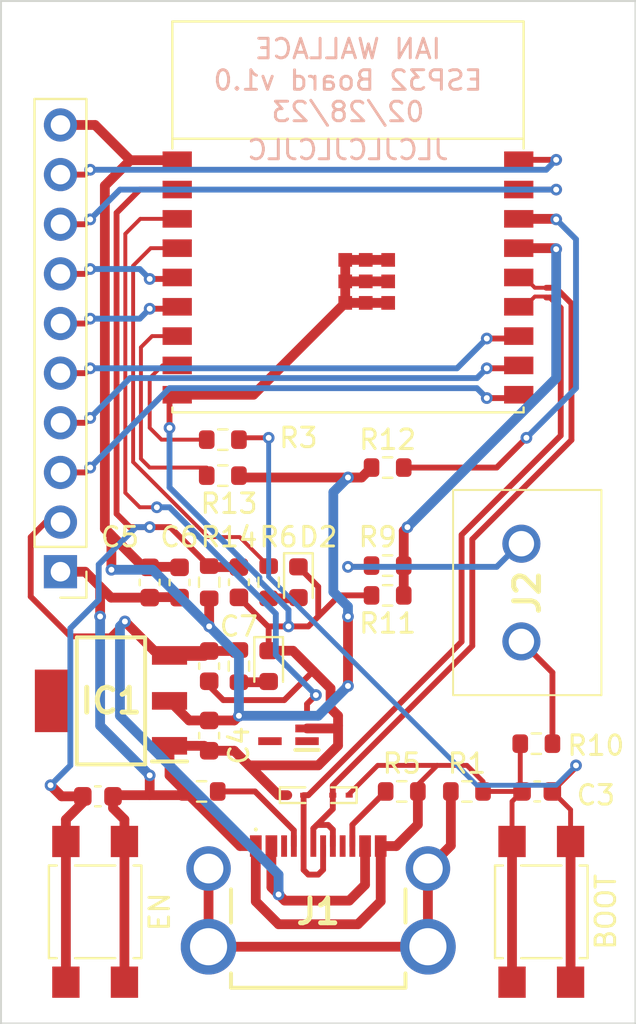
<source format=kicad_pcb>
(kicad_pcb (version 20211014) (generator pcbnew)
  (layers (0 "F.Cu" signal) (31 "B.Cu" signal) (34 "B.Paste" user) (35 "F.Paste" user) (36 "B.SilkS" user "B.Silkscreen") (37 "F.SilkS" user "F.Silkscreen") (38 "B.Mask" user) (39 "F.Mask" user) (44 "Edge.Cuts" user))
  (net 0 "")
  (net 1 "GND")
  (net 2 "/EN")
  (net 3 "Net-(C3-Pad1)")
  (net 4 "/VDD3V3")
  (net 5 "Net-(D1-Pad2)")
  (net 6 "Net-(D2-Pad2)")
  (net 7 "/USB_D+")
  (net 8 "/USB_D-")
  (net 10 "/GPIO4")
  (net 12 "/GPIO0")
  (net 13 "/GPIO1")
  (net 14 "/GPIO10")
  (net 15 "/GPIO6")
  (net 16 "/GPIO7")
  (net 17 "/GPIO20")
  (net 18 "/GPIO21")
  (net 19 "/ADC_VIN+")
  (net 20 "/ADC_VIN-")
  (net 21 "/GPIO9")
  (net 22 "/GPIO5")
  (net 23 "/GPIO3")
  (net 24 "/GPIO2")
  (net 25 "/GPIO8")
  (net 26 "Net-(J1-PadA5)")
  (net 28 "Net-(J1-PadB5)")
  (net 31 "/USB_VBUS+")
  (net 32 "Net-(J1-PadMH1)")
  (footprint "SamacSys_Parts:SOT65P210X110-5N" (layer "F.Cu") (at 89.916 73.802 180)
    (fp_text reference "IC2" hide)
    (fp_text value "TMP235AEDCKRQ1" hide)
    (pad "1" smd rect locked (at -0.95 -0.65 270) (size 0.4 1.2) (layers "F.Cu" "F.Paste" "F.Mask"))
    (pad "2" smd rect locked (at -0.95 0 270) (size 0.4 1.2) (layers "F.Cu" "F.Paste" "F.Mask") (net 1 "GND"))
    (pad "3" smd rect locked (at -0.95 0.65 270) (size 0.4 1.2) (layers "F.Cu" "F.Paste" "F.Mask") (net 10 "/GPIO4"))
    (pad "4" smd rect locked (at 0.95 0.65 270) (size 0.4 1.2) (layers "F.Cu" "F.Paste" "F.Mask") (net 4 "/VDD3V3"))
    (pad "5" smd rect locked (at 0.95 -0.65 270) (size 0.4 1.2) (layers "F.Cu" "F.Paste" "F.Mask"))
  )
  (footprint "Diode_SMD:D_SOD-923" (layer "F.Cu") (at 90.274 77.216)
    (fp_text reference "D3" hide)
    (fp_text value "ESD9B5.0ST5G" hide)
    (pad "1" smd rect (at -0.42 0 180) (size 0.36 0.25) (layers "F.Cu" "F.Paste" "F.Mask") (net 1 "GND"))
    (pad "2" smd rect (at 0.42 0 180) (size 0.36 0.25) (layers "F.Cu" "F.Paste" "F.Mask") (net 8 "/USB_D-"))
  )
  (footprint "MountingHole:MountingHole_2.2mm_M2_ISO7380" (layer "F.Cu") (at 105.156 39.116)
    (fp_text reference "REF**" hide)
    (fp_text value "MountingHole_2.2mm_M2_ISO7380" hide)
    (pad "" np_thru_hole circle (at 0 0) (size 2.2 2.2) (drill 2.2) (layers *.Cu *.Mask))
  )
  (footprint "SamacSys_Parts:TB00250002BE" (layer "F.Cu") (at 101.85 64.348 -90)
    (fp_text reference "J2" (at 2.5 -0.3 -90) (layer "F.SilkS") (effects (font (size 1.27 1.27) (thickness 0.254))))
    (fp_text value "Screw_Terminal_01x02" hide)
    (pad "1" thru_hole circle locked (at 0 0 270) (size 1.95 1.95) (drill 1.3) (layers *.Cu *.Mask) (net 19 "/ADC_VIN+"))
    (pad "2" thru_hole circle locked (at 5 0 270) (size 1.95 1.95) (drill 1.3) (layers *.Cu *.Mask) (net 20 "/ADC_VIN-"))
  )
  (footprint "Capacitor_SMD:C_0603_1608Metric" (layer "F.Cu") (at 82.804 66.332 90)
    (fp_text reference "C5" (at 2.324 -1.524 180) (layer "F.SilkS"))
    (fp_text value "22uF" hide)
    (pad "1" smd roundrect (at -0.775 0 90) (size 0.9 0.95) (layers "F.Cu" "F.Paste" "F.Mask") (net 1 "GND"))
    (pad "2" smd roundrect (at 0.775 0 90) (size 0.9 0.95) (layers "F.Cu" "F.Paste" "F.Mask") (net 4 "/VDD3V3"))
  )
  (footprint "Resistor_SMD:R_0603_1608Metric" (layer "F.Cu") (at 88.9 66.3195 -90)
    (fp_text reference "R6" (at -2.3115 -0.508 180) (layer "F.SilkS"))
    (fp_text value "1K" hide)
    (pad "1" smd roundrect (at -0.825 0 270) (size 0.8 0.95) (layers "F.Cu" "F.Paste" "F.Mask") (net 22 "/GPIO5"))
    (pad "2" smd roundrect (at 0.825 0 270) (size 0.8 0.95) (layers "F.Cu" "F.Paste" "F.Mask") (net 6 "Net-(D2-Pad2)"))
  )
  (footprint "Espressif:ESP32-C3-WROOM-02" (layer "F.Cu") (at 92.964 50.625)
    (fp_text reference "U1" hide)
    (fp_text value "ESP32-C3-WROOM-02-N4" hide)
    (pad "1" smd rect (at -8.75 -5.9) (size 1.5 0.9) (layers "F.Cu" "F.Paste" "F.Mask") (net 4 "/VDD3V3"))
    (pad "2" smd rect (at -8.75 -4.4) (size 1.5 0.9) (layers "F.Cu" "F.Paste" "F.Mask") (net 2 "/EN"))
    (pad "3" smd rect (at -8.75 -2.9) (size 1.5 0.9) (layers "F.Cu" "F.Paste" "F.Mask") (net 10 "/GPIO4"))
    (pad "4" smd rect (at -8.75 -1.4) (size 1.5 0.9) (layers "F.Cu" "F.Paste" "F.Mask") (net 22 "/GPIO5"))
    (pad "5" smd rect (at -8.75 0.1) (size 1.5 0.9) (layers "F.Cu" "F.Paste" "F.Mask") (net 15 "/GPIO6"))
    (pad "6" smd rect (at -8.75 1.6) (size 1.5 0.9) (layers "F.Cu" "F.Paste" "F.Mask") (net 16 "/GPIO7"))
    (pad "7" smd rect (at -8.75 3.1) (size 1.5 0.9) (layers "F.Cu" "F.Paste" "F.Mask") (net 25 "/GPIO8"))
    (pad "8" smd rect (at -8.75 4.6) (size 1.5 0.9) (layers "F.Cu" "F.Paste" "F.Mask") (net 21 "/GPIO9"))
    (pad "9" smd rect (at -8.75 6.1) (size 1.5 0.9) (layers "F.Cu" "F.Paste" "F.Mask") (net 1 "GND"))
    (pad "10" smd rect (at 8.75 6.1 180) (size 1.5 0.9) (layers "F.Cu" "F.Paste" "F.Mask") (net 14 "/GPIO10"))
    (pad "11" smd rect (at 8.75 4.6 180) (size 1.5 0.9) (layers "F.Cu" "F.Paste" "F.Mask") (net 17 "/GPIO20"))
    (pad "12" smd rect (at 8.75 3.1 180) (size 1.5 0.9) (layers "F.Cu" "F.Paste" "F.Mask") (net 18 "/GPIO21"))
    (pad "13" smd rect (at 8.75 1.6 180) (size 1.5 0.9) (layers "F.Cu" "F.Paste" "F.Mask") (net 8 "/USB_D-"))
    (pad "14" smd rect (at 8.75 0.1 180) (size 1.5 0.9) (layers "F.Cu" "F.Paste" "F.Mask") (net 7 "/USB_D+"))
    (pad "15" smd rect (at 8.75 -1.4 180) (size 1.5 0.9) (layers "F.Cu" "F.Paste" "F.Mask") (net 23 "/GPIO3"))
    (pad "16" smd rect (at 8.75 -2.9 180) (size 1.5 0.9) (layers "F.Cu" "F.Paste" "F.Mask") (net 24 "/GPIO2"))
    (pad "17" smd rect (at 8.75 -4.4 180) (size 1.5 0.9) (layers "F.Cu" "F.Paste" "F.Mask") (net 13 "/GPIO1"))
    (pad "18" smd rect (at 8.75 -5.9 180) (size 1.5 0.9) (layers "F.Cu" "F.Paste" "F.Mask") (net 12 "/GPIO0"))
    (pad "19" smd rect (at 2.06 1.4 180) (size 0.7 0.7) (layers "F.Cu" "F.Paste" "F.Mask") (net 1 "GND"))
    (pad "19" smd rect (at -0.14 -0.8 180) (size 0.7 0.7) (layers "F.Cu" "F.Paste" "F.Mask") (net 1 "GND"))
    (pad "19" smd rect (at 0.91 -0.8 180) (size 0.7 0.7) (layers "F.Cu" "F.Paste" "F.Mask") (net 1 "GND"))
    (pad "19" smd rect (at -0.14 0.3 180) (size 0.7 0.7) (layers "F.Cu" "F.Paste" "F.Mask") (net 1 "GND"))
    (pad "19" smd rect (at 0.91 0.3 180) (size 0.7 0.7) (layers "F.Cu" "F.Paste" "F.Mask") (net 1 "GND"))
    (pad "19" smd rect (at 2.06 -0.8 180) (size 0.7 0.7) (layers "F.Cu" "F.Paste" "F.Mask") (net 1 "GND"))
    (pad "19" smd rect (at 0.91 1.4 180) (size 0.7 0.7) (layers "F.Cu" "F.Paste" "F.Mask") (net 1 "GND"))
    (pad "19" smd rect (at 2.06 0.3 180) (size 0.7 0.7) (layers "F.Cu" "F.Paste" "F.Mask") (net 1 "GND"))
    (pad "19" smd rect (at -0.14 1.4 180) (size 0.7 0.7) (layers "F.Cu" "F.Paste" "F.Mask") (net 1 "GND"))
  )
  (footprint "Diode_SMD:D_SOD-923" (layer "F.Cu") (at 92.606 77.216 180)
    (fp_text reference "D4" hide)
    (fp_text value "ESD9B5.0ST5G" hide)
    (pad "1" smd rect (at -0.42 0) (size 0.36 0.25) (layers "F.Cu" "F.Paste" "F.Mask") (net 1 "GND"))
    (pad "2" smd rect (at 0.42 0) (size 0.36 0.25) (layers "F.Cu" "F.Paste" "F.Mask") (net 7 "/USB_D+"))
  )
  (footprint "Capacitor_SMD:C_0603_1608Metric" (layer "F.Cu") (at 87.376 66.3195 90)
    (fp_text reference "C7" (at -2.2605 0 180) (layer "F.SilkS"))
    (fp_text value "1uF" hide)
    (pad "1" smd roundrect (at -0.775 0 90) (size 0.9 0.95) (layers "F.Cu" "F.Paste" "F.Mask") (net 1 "GND"))
    (pad "2" smd roundrect (at 0.775 0 90) (size 0.9 0.95) (layers "F.Cu" "F.Paste" "F.Mask") (net 2 "/EN"))
  )
  (footprint "Resistor_SMD:R_0603_1608Metric" (layer "F.Cu") (at 86.551 59.0235)
    (fp_text reference "R3" (at 3.873 -0.0955) (layer "F.SilkS"))
    (fp_text value "10K" hide)
    (pad "1" smd roundrect (at -0.825 0) (size 0.8 0.95) (layers "F.Cu" "F.Paste" "F.Mask") (net 21 "/GPIO9"))
    (pad "2" smd roundrect (at 0.825 0) (size 0.8 0.95) (layers "F.Cu" "F.Paste" "F.Mask") (net 3 "Net-(C3-Pad1)"))
  )
  (footprint "MountingHole:MountingHole_2.2mm_M2_ISO7380" (layer "F.Cu") (at 78.232 39.116)
    (fp_text reference "REF**" hide)
    (fp_text value "MountingHole_2.2mm_M2_ISO7380" hide)
    (pad "" np_thru_hole circle (at 0 0) (size 2.2 2.2) (drill 2.2) (layers *.Mask "F.Cu" "In1.Cu" "In2.Cu" "B.Cu"))
  )
  (footprint "Resistor_SMD:R_0603_1608Metric" (layer "F.Cu") (at 94.996 65.468)
    (fp_text reference "R9" (at -0.508 -1.46) (layer "F.SilkS"))
    (fp_text value "39K")
    (pad "1" smd roundrect (at -0.825 0) (size 0.8 0.95) (layers "F.Cu" "F.Paste" "F.Mask") (net 19 "/ADC_VIN+"))
    (pad "2" smd roundrect (at 0.825 0) (size 0.8 0.95) (layers "F.Cu" "F.Paste" "F.Mask") (net 23 "/GPIO3"))
  )
  (footprint "LED_SMD:LED_0603_1608Metric" (layer "F.Cu") (at 90.424 66.3195 -90)
    (fp_text reference "D2" (at -2.3115 -1.016 180) (layer "F.SilkS"))
    (fp_text value "LED")
    (pad "1" smd roundrect (at -0.7875 0 270) (size 0.875 0.95) (layers "F.Cu" "F.Paste" "F.Mask") (net 1 "GND"))
    (pad "2" smd roundrect (at 0.7875 0 270) (size 0.875 0.95) (layers "F.Cu" "F.Paste" "F.Mask") (net 6 "Net-(D2-Pad2)"))
  )
  (footprint "Resistor_SMD:R_0603_1608Metric" (layer "F.Cu") (at 86.551 60.8645 180)
    (fp_text reference "R13" (at -0.317 -1.43) (layer "F.SilkS"))
    (fp_text value "10K" hide)
    (pad "1" smd roundrect (at -0.825 0 180) (size 0.8 0.95) (layers "F.Cu" "F.Paste" "F.Mask") (net 4 "/VDD3V3"))
    (pad "2" smd roundrect (at 0.825 0 180) (size 0.8 0.95) (layers "F.Cu" "F.Paste" "F.Mask") (net 25 "/GPIO8"))
  )
  (footprint "Button_Switch_SMD:SW_SPST_TL3305A" (layer "F.Cu") (at 102.87 83.185 90)
    (fp_text reference "BOOT" (at 0 3.302 90) (layer "F.SilkS"))
    (fp_text value "SW_Push" hide)
    (pad "1" smd rect (at -3.6 -1.5 90) (size 1.6 1.4) (layers "F.Cu" "F.Paste" "F.Mask") (net 1 "GND"))
    (pad "1" smd rect (at 3.6 -1.5 90) (size 1.6 1.4) (layers "F.Cu" "F.Paste" "F.Mask") (net 1 "GND"))
    (pad "2" smd rect (at 3.6 1.5 90) (size 1.6 1.4) (layers "F.Cu" "F.Paste" "F.Mask") (net 3 "Net-(C3-Pad1)"))
    (pad "2" smd rect (at -3.6 1.5 90) (size 1.6 1.4) (layers "F.Cu" "F.Paste" "F.Mask") (net 3 "Net-(C3-Pad1)"))
  )
  (footprint "Connector_PinHeader_2.54mm:PinHeader_1x10_P2.54mm_Vertical" (layer "F.Cu") (at 78.232 65.781 180)
    (fp_text reference "J3" hide)
    (fp_text value "Conn_01x10_Female" hide)
    (pad "1" thru_hole rect (at 0 0 180) (size 1.7 1.7) (drill 1) (layers *.Cu *.Mask) (net 1 "GND"))
    (pad "2" thru_hole oval (at 0 2.54 180) (size 1.7 1.7) (drill 1) (layers *.Cu *.Mask) (net 31 "/USB_VBUS+"))
    (pad "3" thru_hole oval (at 0 5.08 180) (size 1.7 1.7) (drill 1) (layers *.Cu *.Mask) (net 14 "/GPIO10"))
    (pad "4" thru_hole oval (at 0 7.62 180) (size 1.7 1.7) (drill 1) (layers *.Cu *.Mask) (net 17 "/GPIO20"))
    (pad "5" thru_hole oval (at 0 10.16 180) (size 1.7 1.7) (drill 1) (layers *.Cu *.Mask) (net 18 "/GPIO21"))
    (pad "6" thru_hole oval (at 0 12.7 180) (size 1.7 1.7) (drill 1) (layers *.Cu *.Mask) (net 16 "/GPIO7"))
    (pad "7" thru_hole oval (at 0 15.24 180) (size 1.7 1.7) (drill 1) (layers *.Cu *.Mask) (net 15 "/GPIO6"))
    (pad "8" thru_hole oval (at 0 17.78 180) (size 1.7 1.7) (drill 1) (layers *.Cu *.Mask) (net 13 "/GPIO1"))
    (pad "9" thru_hole oval (at 0 20.32 180) (size 1.7 1.7) (drill 1) (layers *.Cu *.Mask) (net 12 "/GPIO0"))
    (pad "10" thru_hole oval (at 0 22.86 180) (size 1.7 1.7) (drill 1) (layers *.Cu *.Mask) (net 4 "/VDD3V3"))
  )
  (footprint "Capacitor_SMD:C_0603_1608Metric" (layer "F.Cu") (at 85.852 70.612 -90)
    (fp_text reference "C1" hide)
    (fp_text value "10uF" hide)
    (pad "1" smd roundrect (at -0.775 0 270) (size 0.9 0.95) (layers "F.Cu" "F.Paste" "F.Mask") (net 31 "/USB_VBUS+"))
    (pad "2" smd roundrect (at 0.775 0 270) (size 0.9 0.95) (layers "F.Cu" "F.Paste" "F.Mask") (net 1 "GND"))
  )
  (footprint "Resistor_SMD:R_0603_1608Metric" (layer "F.Cu") (at 99.06 77.025)
    (fp_text reference "R1" (at 0 -1.43) (layer "F.SilkS"))
    (fp_text value "0")
    (pad "1" smd roundrect (at -0.825 0) (size 0.8 0.95) (layers "F.Cu" "F.Paste" "F.Mask") (net 32 "Net-(J1-PadMH1)"))
    (pad "2" smd roundrect (at 0.825 0) (size 0.8 0.95) (layers "F.Cu" "F.Paste" "F.Mask") (net 1 "GND"))
  )
  (footprint "Resistor_SMD:R_0603_1608Metric" (layer "F.Cu") (at 85.464368 77.025 180)
    (fp_text reference "R4" hide)
    (fp_text value "5.1K" hide)
    (pad "1" smd roundrect (at -0.825 0 180) (size 0.8 0.95) (layers "F.Cu" "F.Paste" "F.Mask") (net 26 "Net-(J1-PadA5)"))
    (pad "2" smd roundrect (at 0.825 0 180) (size 0.8 0.95) (layers "F.Cu" "F.Paste" "F.Mask") (net 1 "GND"))
  )
  (footprint "Capacitor_SMD:C_0603_1608Metric" (layer "F.Cu") (at 80.15058 77.275)
    (fp_text reference "C2" hide)
    (fp_text value "0.1uF" hide)
    (pad "1" smd roundrect (at -0.775 0) (size 0.9 0.95) (layers "F.Cu" "F.Paste" "F.Mask") (net 2 "/EN"))
    (pad "2" smd roundrect (at 0.775 0) (size 0.9 0.95) (layers "F.Cu" "F.Paste" "F.Mask") (net 1 "GND"))
  )
  (footprint "Capacitor_SMD:C_0603_1608Metric" (layer "F.Cu") (at 102.66 77.025 180)
    (fp_text reference "C3" (at -3.004 -0.191) (layer "F.SilkS"))
    (fp_text value "0.1uF" hide)
    (pad "1" smd roundrect (at -0.775 0 180) (size 0.9 0.95) (layers "F.Cu" "F.Paste" "F.Mask") (net 3 "Net-(C3-Pad1)"))
    (pad "2" smd roundrect (at 0.775 0 180) (size 0.9 0.95) (layers "F.Cu" "F.Paste" "F.Mask") (net 1 "GND"))
  )
  (footprint "Resistor_SMD:R_0603_1608Metric" (layer "F.Cu") (at 87.376 70.612 90)
    (fp_text reference "R2" hide)
    (fp_text value "10K" hide)
    (pad "1" smd roundrect (at -0.825 0 90) (size 0.8 0.95) (layers "F.Cu" "F.Paste" "F.Mask") (net 5 "Net-(D1-Pad2)"))
    (pad "2" smd roundrect (at 0.825 0 90) (size 0.8 0.95) (layers "F.Cu" "F.Paste" "F.Mask") (net 31 "/USB_VBUS+"))
  )
  (footprint "Resistor_SMD:R_0603_1608Metric" (layer "F.Cu") (at 102.616 74.5805 180)
    (fp_text reference "R10" (at -3.048 -0.0955) (layer "F.SilkS"))
    (fp_text value "1K" hide)
    (pad "1" smd roundrect (at -0.825 0 180) (size 0.8 0.95) (layers "F.Cu" "F.Paste" "F.Mask") (net 20 "/ADC_VIN-"))
    (pad "2" smd roundrect (at 0.825 0 180) (size 0.8 0.95) (layers "F.Cu" "F.Paste" "F.Mask") (net 1 "GND"))
  )
  (footprint "SamacSys_Parts:2169900002" (layer "F.Cu") (at 91.44 83.82)
    (fp_text reference "J1" (at 0 -0.65) (layer "F.SilkS") (effects (font (size 1.27 1.27) (thickness 0.254))))
    (fp_text value "USB-C Connector" hide)
    (pad "A1" smd rect locked (at -3.2 -4) (size 0.6 1.1) (layers "F.Cu" "F.Paste" "F.Mask") (net 1 "GND"))
    (pad "A4" smd rect locked (at -2.4 -4) (size 0.6 1.1) (layers "F.Cu" "F.Paste" "F.Mask") (net 31 "/USB_VBUS+"))
    (pad "A5" smd rect locked (at -1.25 -4) (size 0.3 1.1) (layers "F.Cu" "F.Paste" "F.Mask") (net 26 "Net-(J1-PadA5)"))
    (pad "A6" smd rect locked (at -0.25 -4) (size 0.3 1.1) (layers "F.Cu" "F.Paste" "F.Mask") (net 7 "/USB_D+"))
    (pad "A7" smd rect locked (at 0.25 -4) (size 0.3 1.1) (layers "F.Cu" "F.Paste" "F.Mask") (net 8 "/USB_D-"))
    (pad "A8" smd rect locked (at 1.25 -4) (size 0.3 1.1) (layers "F.Cu" "F.Paste" "F.Mask"))
    (pad "A9" smd rect locked (at 2.4 -4) (size 0.6 1.1) (layers "F.Cu" "F.Paste" "F.Mask") (net 31 "/USB_VBUS+"))
    (pad "A12" smd rect locked (at 3.2 -4) (size 0.6 1.1) (layers "F.Cu" "F.Paste" "F.Mask") (net 1 "GND"))
    (pad "B5" smd rect locked (at 1.75 -4) (size 0.3 1.1) (layers "F.Cu" "F.Paste" "F.Mask") (net 28 "Net-(J1-PadB5)"))
    (pad "B6" smd rect locked (at 0.75 -4) (size 0.3 1.1) (layers "F.Cu" "F.Paste" "F.Mask") (net 7 "/USB_D+"))
    (pad "B7" smd rect locked (at -0.75 -4) (size 0.3 1.1) (layers "F.Cu" "F.Paste" "F.Mask") (net 8 "/USB_D-"))
    (pad "B8" smd rect locked (at -1.75 -4) (size 0.3 1.1) (layers "F.Cu" "F.Paste" "F.Mask"))
    (pad "MH1" thru_hole circle locked (at -5.62 -2.85) (size 2.28 2.28) (drill 1.52) (layers *.Cu *.Mask) (net 32 "Net-(J1-PadMH1)"))
    (pad "MH2" thru_hole circle locked (at -5.62 1.15) (size 2.85 2.85) (drill 1.9) (layers *.Cu *.Mask) (net 32 "Net-(J1-PadMH1)"))
    (pad "MH3" thru_hole circle locked (at 5.62 1.15) (size 2.85 2.85) (drill 1.9) (layers *.Cu *.Mask) (net 32 "Net-(J1-PadMH1)"))
    (pad "MH4" thru_hole circle locked (at 5.62 -2.85) (size 2.28 2.28) (drill 1.52) (layers *.Cu *.Mask) (net 32 "Net-(J1-PadMH1)"))
  )
  (footprint "Capacitor_SMD:C_0603_1608Metric" (layer "F.Cu") (at 84.334 66.332 90)
    (fp_text reference "C6" (at 2.324 -0.006 180) (layer "F.SilkS"))
    (fp_text value "1uF" hide)
    (pad "1" smd roundrect (at -0.775 0 90) (size 0.9 0.95) (layers "F.Cu" "F.Paste" "F.Mask") (net 1 "GND"))
    (pad "2" smd roundrect (at 0.775 0 90) (size 0.9 0.95) (layers "F.Cu" "F.Paste" "F.Mask") (net 4 "/VDD3V3"))
  )
  (footprint "Resistor_SMD:R_0603_1608Metric" (layer "F.Cu") (at 85.852 66.3195 90)
    (fp_text reference "R14" (at 2.3115 1.016 180) (layer "F.SilkS"))
    (fp_text value "10K" hide)
    (pad "1" smd roundrect (at -0.825 0 90) (size 0.8 0.95) (layers "F.Cu" "F.Paste" "F.Mask") (net 4 "/VDD3V3"))
    (pad "2" smd roundrect (at 0.825 0 90) (size 0.8 0.95) (layers "F.Cu" "F.Paste" "F.Mask") (net 2 "/EN"))
  )
  (footprint "Capacitor_SMD:C_0603_1608Metric" (layer "F.Cu") (at 85.852 74.168 -90)
    (fp_text reference "C4" (at 0.508 -1.524 90) (layer "F.SilkS"))
    (fp_text value "22uF")
    (pad "1" smd roundrect (at -0.775 0 270) (size 0.9 0.95) (layers "F.Cu" "F.Paste" "F.Mask") (net 4 "/VDD3V3"))
    (pad "2" smd roundrect (at 0.775 0 270) (size 0.9 0.95) (layers "F.Cu" "F.Paste" "F.Mask") (net 1 "GND"))
  )
  (footprint "SamacSys_Parts:SOT230P700X180-4N" (layer "F.Cu") (at 80.82 72.39 180)
    (fp_text reference "IC1" (at 0 0 180) (layer "F.SilkS") (effects (font (size 1.27 1.27) (thickness 0.254))))
    (fp_text value "AP7361C-33ER-13" hide)
    (pad "1" smd rect locked (at -3 -2.3 270) (size 0.9 1.8) (layers "F.Cu" "F.Paste" "F.Mask") (net 1 "GND"))
    (pad "2" smd rect locked (at -3 0 270) (size 0.9 1.8) (layers "F.Cu" "F.Paste" "F.Mask") (net 4 "/VDD3V3"))
    (pad "3" smd rect locked (at -3 2.3 270) (size 0.9 1.8) (layers "F.Cu" "F.Paste" "F.Mask") (net 31 "/USB_VBUS+"))
    (pad "4" smd rect locked (at 3 0 180) (size 1.8 3.2) (layers "F.Cu" "F.Paste" "F.Mask"))
  )
  (footprint "Resistor_SMD:R_0603_1608Metric" (layer "F.Cu") (at 94.996 60.452)
    (fp_text reference "R12" (at 0 -1.43) (layer "F.SilkS"))
    (fp_text value "10K" hide)
    (pad "1" smd roundrect (at -0.825 0) (size 0.8 0.95) (layers "F.Cu" "F.Paste" "F.Mask") (net 4 "/VDD3V3"))
    (pad "2" smd roundrect (at 0.825 0) (size 0.8 0.95) (layers "F.Cu" "F.Paste" "F.Mask") (net 24 "/GPIO2"))
  )
  (footprint "LED_SMD:LED_0603_1608Metric" (layer "F.Cu") (at 88.9 70.612 -90)
    (fp_text reference "D1" hide)
    (fp_text value "LED" hide)
    (pad "1" smd roundrect (at -0.7875 0 270) (size 0.875 0.95) (layers "F.Cu" "F.Paste" "F.Mask") (net 1 "GND"))
    (pad "2" smd roundrect (at 0.7875 0 270) (size 0.875 0.95) (layers "F.Cu" "F.Paste" "F.Mask") (net 5 "Net-(D1-Pad2)"))
  )
  (footprint "Resistor_SMD:R_0603_1608Metric" (layer "F.Cu") (at 95.72 77.025)
    (fp_text reference "R5" (at 0 -1.43) (layer "F.SilkS"))
    (fp_text value "5.1K" hide)
    (pad "1" smd roundrect (at -0.825 0) (size 0.8 0.95) (layers "F.Cu" "F.Paste" "F.Mask") (net 28 "Net-(J1-PadB5)"))
    (pad "2" smd roundrect (at 0.825 0) (size 0.8 0.95) (layers "F.Cu" "F.Paste" "F.Mask") (net 1 "GND"))
  )
  (footprint "Resistor_SMD:R_0603_1608Metric" (layer "F.Cu") (at 94.996 66.992 180)
    (fp_text reference "R11" (at 0 -1.43) (layer "F.SilkS"))
    (fp_text value "10K")
    (pad "1" smd roundrect (at -0.825 0 180) (size 0.8 0.95) (layers "F.Cu" "F.Paste" "F.Mask") (net 23 "/GPIO3"))
    (pad "2" smd roundrect (at 0.825 0 180) (size 0.8 0.95) (layers "F.Cu" "F.Paste" "F.Mask") (net 1 "GND"))
  )
  (footprint "Button_Switch_SMD:SW_SPST_TL3305A" (layer "F.Cu") (at 80.01 83.185 90)
    (fp_text reference "EN" (at 0 3.302 90) (layer "F.SilkS"))
    (fp_text value "SW_Push" hide)
    (pad "1" smd rect (at -3.6 -1.5 90) (size 1.6 1.4) (layers "F.Cu" "F.Paste" "F.Mask") (net 2 "/EN"))
    (pad "1" smd rect (at 3.6 -1.5 90) (size 1.6 1.4) (layers "F.Cu" "F.Paste" "F.Mask") (net 2 "/EN"))
    (pad "2" smd rect (at 3.6 1.5 90) (size 1.6 1.4) (layers "F.Cu" "F.Paste" "F.Mask") (net 1 "GND"))
    (pad "2" smd rect (at -3.6 1.5 90) (size 1.6 1.4) (layers "F.Cu" "F.Paste" "F.Mask") (net 1 "GND"))
  )
  (gr_rect (start 75.184 36.576) (end 107.696 88.9) (layer "Edge.Cuts") (width 0.1) (fill none))
  (gr_text "JLCJLCJLCJLC" (at 92.964 44.196) (layer "B.SilkS") (effects (font (size 1 1)) (justify mirror)))
  (gr_text "IAN WALLACE\nESP32 Board v1.0\n02/28/23" (at 92.964 40.64) (layer "B.SilkS") (effects (font (size 1 1)) (justify mirror)))
  (segment (start 85.341184 77.726816) (end 84.639368 77.025) (width 0.5) (layer "F.Cu") (net 1))
  (segment (start 93.874 50.925) (end 95.024 50.925) (width 0.5) (layer "F.Cu") (net 1))
  (segment (start 97.536 75.692) (end 94.488 75.692) (width 0.25) (layer "F.Cu") (net 1))
  (segment (start 80.823 67.107) (end 80.264 66.548) (width 0.5) (layer "F.Cu") (net 1))
  (segment (start 92.07177 71.75177) (end 91.186 70.866) (width 0.5) (layer "F.Cu") (net 1))
  (segment (start 91.44 68.072) (end 92.52 66.992) (width 0.3) (layer "F.Cu") (net 1))
  (segment (start 83.82 74.69) (end 85.599 74.69) (width 0.5) (layer "F.Cu") (net 1))
  (segment (start 93.874 52.025) (end 95.024 52.025) (width 0.5) (layer "F.Cu") (net 1))
  (segment (start 99.06 75.692) (end 97.536 75.692) (width 0.25) (layer "F.Cu") (net 1))
  (segment (start 87.884 75.692) (end 91.44 75.692) (width 0.5) (layer "F.Cu") (net 1))
  (segment (start 92.456 73.152) (end 92.07177 72.76777) (width 0.5) (layer "F.Cu") (net 1))
  (segment (start 84.303 67.082) (end 84.328 67.107) (width 0.5) (layer "F.Cu") (net 1))
  (segment (start 97.536 75.692) (end 96.545 76.683) (width 0.25) (layer "F.Cu") (net 1))
  (segment (start 80.92558 77.87758) (end 81.51 78.462) (width 0.5) (layer "F.Cu") (net 1))
  (segment (start 99.885 76.517) (end 99.06 75.692) (width 0.25) (layer "F.Cu") (net 1))
  (segment (start 93.472 83.82) (end 94.64 82.652) (width 0.5) (layer "F.Cu") (net 1))
  (segment (start 92.07177 72.76777) (end 92.07177 71.75177) (width 0.5) (layer "F.Cu") (net 1))
  (segment (start 81.51 78.462) (end 81.51 79.585) (width 0.5) (layer "F.Cu") (net 1))
  (segment (start 86.57543 72.35143) (end 89.70057 72.35143) (width 0.3) (layer "F.Cu") (net 1))
  (segment (start 90.866 73.802) (end 92.314 73.802) (width 0.5) (layer "F.Cu") (net 1))
  (segment (start 94.64 82.652) (end 94.64 79.82) (width 0.5) (layer "F.Cu") (net 1))
  (segment (start 88.124 56.725) (end 92.824 52.025) (width 0.5) (layer "F.Cu") (net 1))
  (segment (start 99.885 77.025) (end 101.885 77.025) (width 0.25) (layer "F.Cu") (net 1))
  (segment (start 95.44 79.82) (end 96.545 78.715) (width 0.5) (layer "F.Cu") (net 1))
  (segment (start 80.92558 77.275) (end 80.92558 77.87758) (width 0.5) (layer "F.Cu") (net 1))
  (segment (start 88.9 69.8245) (end 88.9 68.6185) (width 0.3) (layer "F.Cu") (net 1))
  (segment (start 93.026 77.154) (end 93.026 77.216) (width 0.25) (layer "F.Cu") (net 1))
  (segment (start 89.916 68.58) (end 88.9385 68.58) (width 0.3) (layer "F.Cu") (net 1))
  (segment (start 85.852 71.628) (end 86.57543 72.35143) (width 0.3) (layer "F.Cu") (net 1))
  (segment (start 101.37 86.785) (end 101.37 79.585) (width 0.5) (layer "F.Cu") (net 1))
  (segment (start 101.37 79.585) (end 101.37 77.54) (width 0.25) (layer "F.Cu") (net 1))
  (segment (start 101.791 74.5805) (end 101.791 76.931) (width 0.25) (layer "F.Cu") (net 1))
  (segment (start 101.791 76.931) (end 101.885 77.025) (width 0.25) (layer "F.Cu") (net 1))
  (segment (start 80.264 66.548) (end 79.497 65.781) (width 0.5) (layer "F.Cu") (net 1))
  (segment (start 93.874 49.825) (end 95.024 49.825) (width 0.5) (layer "F.Cu") (net 1))
  (segment (start 89.916 68.58) (end 90.932 68.58) (width 0.3) (layer "F.Cu") (net 1))
  (segment (start 94.488 75.692) (end 93.026 77.154) (width 0.25) (layer "F.Cu") (net 1))
  (segment (start 87.135 74.943) (end 87.884 75.692) (width 0.5) (layer "F.Cu") (net 1))
  (segment (start 91.186 70.866) (end 90.1445 69.8245) (width 0.5) (layer "F.Cu") (net 1))
  (segment (start 88.24 82.652) (end 89.408 83.82) (width 0.5) (layer "F.Cu") (net 1))
  (segment (start 83.82 57.119) (end 84.214 56.725) (width 0.3) (layer "F.Cu") (net 1))
  (segment (start 92.824 50.925) (end 93.874 50.925) (width 0.5) (layer "F.Cu") (net 1))
  (segment (start 94.64 79.82) (end 95.44 79.82) (width 0.5) (layer "F.Cu") (net 1))
  (segment (start 91.44 66.548) (end 90.424 65.532) (width 0.3) (layer "F.Cu") (net 1))
  (segment (start 83.82 58.42) (end 83.82 57.119) (width 0.3) (layer "F.Cu") (net 1))
  (segment (start 88.9385 68.58) (end 88.9 68.6185) (width 0.3) (layer "F.Cu") (net 1))
  (segment (start 82.804 67.082) (end 84.303 67.082) (width 0.5) (layer "F.Cu") (net 1))
  (segment (start 91.44 68.072) (end 91.44 66.548) (width 0.3) (layer "F.Cu") (net 1))
  (segment (start 90.1445 69.8245) (end 88.9 69.8245) (width 0.5) (layer "F.Cu") (net 1))
  (segment (start 85.599 74.69) (end 85.852 74.943) (width 0.5) (layer "F.Cu") (net 1))
  (segment (start 89.408 77.216) (end 89.854 77.216) (width 0.5) (layer "F.Cu") (net 1))
  (segment (start 84.830368 77.216) (end 82.804 77.216) (width 0.5) (layer "F.Cu") (net 1))
  (segment (start 92.314 73.802) (end 92.456 73.66) (width 0.5) (layer "F.Cu") (net 1))
  (segment (start 101.37 77.54) (end 101.885 77.025) (width 0.25) (layer "F.Cu") (net 1))
  (segment (start 91.44 75.692) (end 92.456 74.676) (width 0.5) (layer "F.Cu") (net 1))
  (segment (start 88.9 68.6185) (end 87.376 67.0945) (width 0.3) (layer "F.Cu") (net 1))
  (segment (start 88.24 79.82) (end 88.24 82.652) (width 0.5) (layer "F.Cu") (net 1))
  (segment (start 85.852 71.387) (end 85.852 71.628) (width 0.3) (layer "F.Cu") (net 1))
  (segment (start 85.341184 77.726816) (end 83.82 76.205632) (width 0.5) (layer "F.Cu") (net 1))
  (segment (start 90.932 68.58) (end 91.44 68.072) (width 0.3) (layer "F.Cu") (net 1))
  (segment (start 89.70057 72.35143) (end 91.186 70.866) (width 0.3) (layer "F.Cu") (net 1))
  (segment (start 82.804 77.216) (end 82.804 76.2) (width 0.5) (layer "F.Cu") (net 1))
  (segment (start 82.804 67.107) (end 80.823 67.107) (width 0.5) (layer "F.Cu") (net 1))
  (segment (start 96.545 76.683) (end 96.545 77.025) (width 0.25) (layer "F.Cu") (net 1))
  (segment (start 81.51 79.585) (end 81.51 86.785) (width 0.5) (layer "F.Cu") (net 1))
  (segment (start 80.264 68.072) (end 80.264 66.548) (width 0.5) (layer "F.Cu") (net 1))
  (segment (start 99.885 77.025) (end 99.885 76.517) (width 0.25) (layer "F.Cu") (net 1))
  (segment (start 88.24 79.82) (end 87.434368 79.82) (width 0.5) (layer "F.Cu") (net 1))
  (segment (start 92.824 49.825) (end 93.874 49.825) (width 0.5) (layer "F.Cu") (net 1))
  (segment (start 87.434368 79.82) (end 85.341184 77.726816) (width 0.5) (layer "F.Cu") (net 1))
  (segment (start 85.341184 77.726816) (end 84.830368 77.216) (width 0.5) (layer "F.Cu") (net 1))
  (segment (start 79.497 65.781) (end 78.232 65.781) (width 0.5) (layer "F.Cu") (net 1))
  (segment (start 82.804 77.216) (end 80.98458 77.216) (width 0.5) (layer "F.Cu") (net 1))
  (segment (start 89.408 83.82) (end 93.472 83.82) (width 0.5) (layer "F.Cu") (net 1))
  (segment (start 92.824 50.925) (end 92.824 49.825) (width 0.5) (layer "F.Cu") (net 1))
  (segment (start 92.824 52.025) (end 93.874 52.025) (width 0.5) (layer "F.Cu") (net 1))
  (segment (start 92.456 74.676) (end 92.456 73.152) (width 0.5) (layer "F.Cu") (net 1))
  (segment (start 85.852 74.943) (end 87.135 74.943) (width 0.5) (layer "F.Cu") (net 1))
  (segment (start 83.82 76.205632) (end 83.82 74.69) (width 0.5) (layer "F.Cu") (net 1))
  (segment (start 96.545 78.715) (end 96.545 77.025) (width 0.5) (layer "F.Cu") (net 1))
  (segment (start 84.214 56.725) (end 88.124 56.725) (width 0.5) (layer "F.Cu") (net 1))
  (segment (start 87.884 75.692) (end 89.408 77.216) (width 0.5) (layer "F.Cu") (net 1))
  (segment (start 92.52 66.992) (end 94.171 66.992) (width 0.3) (layer "F.Cu") (net 1))
  (segment (start 80.98458 77.216) (end 80.92558 77.275) (width 0.5) (layer "F.Cu") (net 1))
  (segment (start 92.824 52.025) (end 92.824 50.925) (width 0.5) (layer "F.Cu") (net 1))
  (via (at 80.264 68.072) (size 0.6) (drill 0.3) (layers "F.Cu" "B.Cu") (net 1))
  (via (at 82.804 76.2) (size 0.6) (drill 0.3) (layers "F.Cu" "B.Cu") (net 1))
  (via (at 89.916 68.58) (size 0.6) (drill 0.3) (layers "F.Cu" "B.Cu") (net 1))
  (via (at 83.82 58.42) (size 0.6) (drill 0.3) (layers "F.Cu" "B.Cu") (net 1))
  (segment (start 89.916 67.727752) (end 88.425 66.236752) (width 0.3) (layer "B.Cu") (net 1))
  (segment (start 89.916 68.58) (end 89.916 67.727752) (width 0.3) (layer "B.Cu") (net 1))
  (segment (start 80.264 73.66) (end 80.264 68.072) (width 0.5) (layer "B.Cu") (net 1))
  (segment (start 88.425 66.073) (end 83.82 61.468) (width 0.3) (layer "B.Cu") (net 1))
  (segment (start 82.804 76.2) (end 80.264 73.66) (width 0.5) (layer "B.Cu") (net 1))
  (segment (start 88.425 66.236752) (end 88.425 66.073) (width 0.3) (layer "B.Cu") (net 1))
  (segment (start 83.82 61.468) (end 83.82 58.42) (width 0.3) (layer "B.Cu") (net 1))
  (segment (start 83.8575 63.5) (end 85.852 65.4945) (width 0.3) (layer "F.Cu") (net 2))
  (segment (start 81.106 62.818) (end 81.106 47.418) (width 0.3) (layer "F.Cu") (net 2))
  (segment (start 85.902 65.5445) (end 85.852 65.4945) (width 0.5) (layer "F.Cu") (net 2))
  (segment (start 82.804 63.5) (end 83.8575 63.5) (width 0.3) (layer "F.Cu") (net 2))
  (segment (start 81.788 63.5) (end 81.106 62.818) (width 0.3) (layer "F.Cu") (net 2))
  (segment (start 87.376 65.5445) (end 85.902 65.5445) (width 0.5) (layer "F.Cu") (net 2))
  (segment (start 82.299 46.225) (end 84.214 46.225) (width 0.3) (layer "F.Cu") (net 2))
  (segment (start 81.106 47.418) (end 82.299 46.225) (width 0.3) (layer "F.Cu") (net 2))
  (segment (start 78.51 86.785) (end 78.51 79.585) (width 0.5) (layer "F.Cu") (net 2))
  (segment (start 78.51 78.462) (end 78.51 79.585) (width 0.5) (layer "F.Cu") (net 2))
  (segment (start 79.37558 77.59642) (end 78.51 78.462) (width 0.5) (layer "F.Cu") (net 2))
  (segment (start 82.804 63.5) (end 81.788 63.5) (width 0.3) (layer "F.Cu") (net 2))
  (segment (start 79.37558 77.275) (end 78.291 77.275) (width 0.5) (layer "F.Cu") (net 2))
  (segment (start 78.291 77.275) (end 77.724 76.708) (width 0.5) (layer "F.Cu") (net 2))
  (segment (start 79.37558 77.275) (end 79.37558 77.59642) (width 0.5) (layer "F.Cu") (net 2))
  (via (at 82.804 63.5) (size 0.6) (drill 0.3) (layers "F.Cu" "B.Cu") (net 2))
  (via (at 77.724 76.708) (size 0.6) (drill 0.3) (layers "F.Cu" "B.Cu") (net 2))
  (segment (start 78.74 75.692) (end 77.724 76.708) (width 0.3) (layer "B.Cu") (net 2))
  (segment (start 78.74 68.676761) (end 78.74 75.692) (width 0.3) (layer "B.Cu") (net 2))
  (segment (start 80.192336 67.224425) (end 78.74 68.676761) (width 0.3) (layer "B.Cu") (net 2))
  (segment (start 82.804 63.5) (end 82.103988 63.5) (width 0.3) (layer "B.Cu") (net 2))
  (segment (start 82.103988 63.5) (end 80.192336 65.411652) (width 0.3) (layer "B.Cu") (net 2))
  (segment (start 80.192336 65.411652) (end 80.192336 67.224425) (width 0.3) (layer "B.Cu") (net 2))
  (segment (start 88.9 58.928) (end 87.4715 58.928) (width 0.25) (layer "F.Cu") (net 3))
  (segment (start 87.4715 58.928) (end 87.376 59.0235) (width 0.25) (layer "F.Cu") (net 3))
  (segment (start 104.37 77.96) (end 103.435 77.025) (width 0.25) (layer "F.Cu") (net 3))
  (segment (start 104.37 79.585) (end 104.37 77.96) (width 0.25) (layer "F.Cu") (net 3))
  (segment (start 104.648 75.812) (end 103.435 77.025) (width 0.25) (layer "F.Cu") (net 3))
  (segment (start 104.648 75.692) (end 104.648 75.812) (width 0.25) (layer "F.Cu") (net 3))
  (segment (start 104.37 86.785) (end 104.37 79.585) (width 0.5) (layer "F.Cu") (net 3))
  (via (at 104.648 75.692) (size 0.6) (drill 0.3) (layers "F.Cu" "B.Cu") (net 3))
  (via (at 88.9 58.928) (size 0.6) (drill 0.3) (layers "F.Cu" "B.Cu") (net 3))
  (segment (start 103.632 76.708) (end 99.568 76.708) (width 0.25) (layer "B.Cu") (net 3))
  (segment (start 104.648 75.692) (end 103.632 76.708) (width 0.25) (layer "B.Cu") (net 3))
  (segment (start 99.568 76.708) (end 88.9 66.04) (width 0.25) (layer "B.Cu") (net 3))
  (segment (start 88.9 66.04) (end 88.9 58.928) (width 0.25) (layer "B.Cu") (net 3))
  (segment (start 85.852 68.58) (end 85.852 67.1445) (width 0.5) (layer "F.Cu") (net 4))
  (segment (start 82.804 65.557) (end 82.488472 65.557) (width 0.5) (layer "F.Cu") (net 4))
  (segment (start 94.171 60.452) (end 93.663 60.96) (width 0.5) (layer "F.Cu") (net 4))
  (segment (start 92.964 71.628) (end 92.964 68.072) (width 0.5) (layer "F.Cu") (net 4))
  (segment (start 85.852 73.393) (end 84.823 73.393) (width 0.5) (layer "F.Cu") (net 4))
  (segment (start 93.663 60.96) (end 87.4715 60.96) (width 0.5) (layer "F.Cu") (net 4))
  (segment (start 87.4715 60.96) (end 87.376 60.8645) (width 0.5) (layer "F.Cu") (net 4))
  (segment (start 85.852 73.393) (end 87.135 73.393) (width 0.5) (layer "F.Cu") (net 4))
  (segment (start 80.842336 65.680891) (end 80.842336 63.910864) (width 0.5) (layer "F.Cu") (net 4))
  (segment (start 80.005 42.921) (end 78.232 42.921) (width 0.5) (layer "F.Cu") (net 4))
  (segment (start 80.842336 63.910864) (end 80.506 63.574528) (width 0.5) (layer "F.Cu") (net 4))
  (segment (start 80.506 63.574528) (end 80.506 46.028) (width 0.5) (layer "F.Cu") (net 4))
  (segment (start 81.809 44.725) (end 84.214 44.725) (width 0.5) (layer "F.Cu") (net 4))
  (segment (start 92.964 60.96) (end 93.663 60.96) (width 0.5) (layer "F.Cu") (net 4))
  (segment (start 80.506 46.028) (end 81.809 44.725) (width 0.5) (layer "F.Cu") (net 4))
  (segment (start 82.804 65.532) (end 84.303 65.532) (width 0.5) (layer "F.Cu") (net 4))
  (segment (start 88.966 73.152) (end 87.376 73.152) (width 0.3) (layer "F.Cu") (net 4))
  (segment (start 84.823 73.393) (end 83.82 72.39) (width 0.5) (layer "F.Cu") (net 4))
  (segment (start 80.506 63.574528) (end 82.488472 65.557) (width 0.5) (layer "F.Cu") (net 4))
  (segment (start 87.135 73.393) (end 87.376 73.152) (width 0.5) (layer "F.Cu") (net 4))
  (segment (start 84.303 65.532) (end 84.328 65.557) (width 0.5) (layer "F.Cu") (net 4))
  (segment (start 81.809 44.725) (end 80.005 42.921) (width 0.5) (layer "F.Cu") (net 4))
  (via (at 92.964 71.628) (size 0.6) (drill 0.3) (layers "F.Cu" "B.Cu") (net 4))
  (via (at 85.852 68.58) (size 0.6) (drill 0.3) (layers "F.Cu" "B.Cu") (net 4))
  (via (at 92.964 68.072) (size 0.6) (drill 0.3) (layers "F.Cu" "B.Cu") (net 4))
  (via (at 87.376 73.152) (size 0.6) (drill 0.3) (layers "F.Cu" "B.Cu") (net 4))
  (via (at 92.964 60.96) (size 0.6) (drill 0.3) (layers "F.Cu" "B.Cu") (net 4))
  (via (at 80.842336 65.680891) (size 0.6) (drill 0.3) (layers "F.Cu" "B.Cu") (net 4))
  (segment (start 92.964 67.564) (end 92.964 68.072) (width 0.5) (layer "B.Cu") (net 4))
  (segment (start 91.44 73.152) (end 92.964 71.628) (width 0.5) (layer "B.Cu") (net 4))
  (segment (start 87.376 73.152) (end 91.44 73.152) (width 0.5) (layer "B.Cu") (net 4))
  (segment (start 80.842336 65.680891) (end 82.952891 65.680891) (width 0.5) (layer "B.Cu") (net 4))
  (segment (start 92.214 66.814) (end 92.964 67.564) (width 0.5) (layer "B.Cu") (net 4))
  (segment (start 87.376 70.104) (end 85.852 68.58) (width 0.5) (layer "B.Cu") (net 4))
  (segment (start 87.376 73.152) (end 87.376 70.104) (width 0.5) (layer "B.Cu") (net 4))
  (segment (start 92.214 61.71) (end 92.214 66.814) (width 0.5) (layer "B.Cu") (net 4))
  (segment (start 82.952891 65.680891) (end 85.852 68.58) (width 0.5) (layer "B.Cu") (net 4))
  (segment (start 92.964 60.96) (end 92.214 61.71) (width 0.5) (layer "B.Cu") (net 4))
  (segment (start 88.8625 71.437) (end 88.9 71.3995) (width 0.5) (layer "F.Cu") (net 5))
  (segment (start 87.376 71.437) (end 88.8625 71.437) (width 0.5) (layer "F.Cu") (net 5))
  (segment (start 90.3865 67.1445) (end 90.424 67.107) (width 0.5) (layer "F.Cu") (net 6))
  (segment (start 88.9 67.1445) (end 90.3865 67.1445) (width 0.5) (layer "F.Cu") (net 6))
  (segment (start 92.19 78.982) (end 91.948 78.74) (width 0.3) (layer "F.Cu") (net 7))
  (segment (start 92.186 77.924) (end 91.19 78.92) (width 0.3) (layer "F.Cu") (net 7))
  (segment (start 92.19 79.82) (end 92.19 78.982) (width 0.3) (layer "F.Cu") (net 7))
  (segment (start 99.335 69.575) (end 92.186 76.724) (width 0.3) (layer "F.Cu") (net 7))
  (segment (start 104.415 59.04191) (end 99.335 64.12191) (width 0.3) (layer "F.Cu") (net 7))
  (segment (start 103.607944 51.25) (end 104.415 52.057056) (width 0.3) (layer "F.Cu") (net 7))
  (segment (start 102.539 51.25) (end 103.124 51.25) (width 0.2) (layer "F.Cu") (net 7))
  (segment (start 91.37 78.74) (end 91.19 78.92) (width 0.3) (layer "F.Cu") (net 7))
  (segment (start 91.948 78.74) (end 91.37 78.74) (width 0.3) (layer "F.Cu") (net 7))
  (segment (start 99.335 64.12191) (end 99.335 69.575) (width 0.3) (layer "F.Cu") (net 7))
  (segment (start 103.124 51.25) (end 103.607944 51.25) (width 0.3) (layer "F.Cu") (net 7))
  (segment (start 92.186 76.724) (end 92.186 77.924) (width 0.3) (layer "F.Cu") (net 7))
  (segment (start 102.014 50.725) (end 102.539 51.25) (width 0.2) (layer "F.Cu") (net 7))
  (segment (start 101.714 50.725) (end 102.014 50.725) (width 0.2) (layer "F.Cu") (net 7))
  (segment (start 91.19 78.92) (end 91.19 79.248) (width 0.3) (layer "F.Cu") (net 7))
  (segment (start 104.415 52.057056) (end 104.415 59.04191) (width 0.3) (layer "F.Cu") (net 7))
  (segment (start 102.539 51.7) (end 103.124 51.7) (width 0.2) (layer "F.Cu") (net 8))
  (segment (start 90.694 77.216) (end 90.932 77.216) (width 0.3) (layer "F.Cu") (net 8))
  (segment (start 91.44 81.28) (end 91.69 81.03) (width 0.3) (layer "F.Cu") (net 8))
  (segment (start 90.69 79.82) (end 90.69 81.038) (width 0.3) (layer "F.Cu") (net 8))
  (segment (start 102.014 52.225) (end 102.539 51.7) (width 0.2) (layer "F.Cu") (net 8))
  (segment (start 91.69 81.03) (end 91.69 79.82) (width 0.3) (layer "F.Cu") (net 8))
  (segment (start 98.785 69.363) (end 98.785 63.89409) (width 0.3) (layer "F.Cu") (net 8))
  (segment (start 90.69 77.22) (end 90.694 77.216) (width 0.3) (layer "F.Cu") (net 8))
  (segment (start 98.785 63.89409) (end 103.865 58.81409) (width 0.3) (layer "F.Cu") (net 8))
  (segment (start 103.865 52.284876) (end 103.330124 51.75) (width 0.3) (layer "F.Cu") (net 8))
  (segment (start 90.69 81.038) (end 90.932 81.28) (width 0.3) (layer "F.Cu") (net 8))
  (segment (start 103.330124 51.75) (end 103.124 51.75) (width 0.3) (layer "F.Cu") (net 8))
  (segment (start 101.714 52.225) (end 102.014 52.225) (width 0.2) (layer "F.Cu") (net 8))
  (segment (start 90.69 79.82) (end 90.69 77.22) (width 0.3) (layer "F.Cu") (net 8))
  (segment (start 90.932 81.28) (end 91.44 81.28) (width 0.3) (layer "F.Cu") (net 8))
  (segment (start 90.932 77.216) (end 98.785 69.363) (width 0.3) (layer "F.Cu") (net 8))
  (segment (start 103.865 58.81409) (end 103.865 52.284876) (width 0.3) (layer "F.Cu") (net 8))
  (segment (start 82.296 62.484) (end 81.556 61.744) (width 0.2) (layer "F.Cu") (net 10))
  (segment (start 81.556 48.492) (end 82.323 47.725) (width 0.2) (layer "F.Cu") (net 10))
  (segment (start 90.866 73.152) (end 90.866 72.549091) (width 0.3) (layer "F.Cu") (net 10))
  (segment (start 83.1705 62.484) (end 82.296 62.484) (width 0.2) (layer "F.Cu") (net 10))
  (segment (start 90.866 72.549091) (end 91.32177 72.093321) (width 0.3) (layer "F.Cu") (net 10))
  (segment (start 81.556 61.744) (end 81.556 48.492) (width 0.2) (layer "F.Cu") (net 10))
  (segment (start 82.323 47.725) (end 84.214 47.725) (width 0.2) (layer "F.Cu") (net 10))
  (via (at 83.1705 62.484) (size 0.6) (drill 0.3) (layers "F.Cu" "B.Cu") (net 10))
  (via (at 91.32177 72.093321) (size 0.6) (drill 0.3) (layers "F.Cu" "B.Cu") (net 10))
  (segment (start 83.1705 62.484) (end 83.82 62.484) (width 0.3) (layer "B.Cu") (net 10))
  (segment (start 89.266 67.93) (end 89.266 70.037551) (width 0.3) (layer "B.Cu") (net 10))
  (segment (start 89.266 70.037551) (end 91.32177 72.093321) (width 0.3) (layer "B.Cu") (net 10))
  (segment (start 83.82 62.484) (end 89.266 67.93) (width 0.3) (layer "B.Cu") (net 10))
  (segment (start 79.756 45.212) (end 79.507 45.461) (width 0.3) (layer "F.Cu") (net 12))
  (segment (start 103.632 44.704) (end 101.735 44.704) (width 0.3) (layer "F.Cu") (net 12))
  (segment (start 101.735 44.704) (end 101.714 44.725) (width 0.3) (layer "F.Cu") (net 12))
  (segment (start 79.507 45.461) (end 78.232 45.461) (width 0.3) (layer "F.Cu") (net 12))
  (via (at 79.756 45.212) (size 0.6) (drill 0.3) (layers "F.Cu" "B.Cu") (net 12))
  (via (at 103.632 44.704) (size 0.6) (drill 0.3) (layers "F.Cu" "B.Cu") (net 12))
  (segment (start 79.756 45.212) (end 103.124 45.212) (width 0.3) (layer "B.Cu") (net 12))
  (segment (start 103.124 45.212) (end 103.632 44.704) (width 0.3) (layer "B.Cu") (net 12))
  (segment (start 101.717 46.228) (end 101.714 46.225) (width 0.3) (layer "F.Cu") (net 13))
  (segment (start 79.507 48.001) (end 78.232 48.001) (width 0.3) (layer "F.Cu") (net 13))
  (segment (start 103.632 46.228) (end 101.717 46.228) (width 0.3) (layer "F.Cu") (net 13))
  (segment (start 79.756 47.752) (end 79.507 48.001) (width 0.3) (layer "F.Cu") (net 13))
  (via (at 103.632 46.228) (size 0.6) (drill 0.3) (layers "F.Cu" "B.Cu") (net 13))
  (via (at 79.756 47.752) (size 0.6) (drill 0.3) (layers "F.Cu" "B.Cu") (net 13))
  (segment (start 79.756 47.752) (end 81.28 46.228) (width 0.3) (layer "B.Cu") (net 13))
  (segment (start 81.28 46.228) (end 103.632 46.228) (width 0.3) (layer "B.Cu") (net 13))
  (segment (start 79.507 60.701) (end 78.232 60.701) (width 0.3) (layer "F.Cu") (net 14))
  (segment (start 79.756 60.452) (end 79.507 60.701) (width 0.3) (layer "F.Cu") (net 14))
  (segment (start 101.543 56.896) (end 101.714 56.725) (width 0.3) (layer "F.Cu") (net 14))
  (segment (start 100.076 56.896) (end 101.543 56.896) (width 0.3) (layer "F.Cu") (net 14))
  (via (at 79.756 60.452) (size 0.6) (drill 0.3) (layers "F.Cu" "B.Cu") (net 14))
  (via (at 100.076 56.896) (size 0.6) (drill 0.3) (layers "F.Cu" "B.Cu") (net 14))
  (segment (start 79.756 60.452) (end 83.82 56.388) (width 0.3) (layer "B.Cu") (net 14))
  (segment (start 99.568 56.388) (end 100.076 56.896) (width 0.3) (layer "B.Cu") (net 14))
  (segment (start 83.82 56.388) (end 99.568 56.388) (width 0.3) (layer "B.Cu") (net 14))
  (segment (start 84.139 50.8) (end 84.214 50.725) (width 0.3) (layer "F.Cu") (net 15))
  (segment (start 79.756 50.292) (end 79.507 50.541) (width 0.3) (layer "F.Cu") (net 15))
  (segment (start 79.507 50.541) (end 78.232 50.541) (width 0.3) (layer "F.Cu") (net 15))
  (segment (start 82.804 50.8) (end 84.139 50.8) (width 0.3) (layer "F.Cu") (net 15))
  (via (at 79.756 50.292) (size 0.6) (drill 0.3) (layers "F.Cu" "B.Cu") (net 15))
  (via (at 82.804 50.8) (size 0.6) (drill 0.3) (layers "F.Cu" "B.Cu") (net 15))
  (segment (start 82.804 50.8) (end 82.296 50.292) (width 0.3) (layer "B.Cu") (net 15))
  (segment (start 82.296 50.292) (end 79.756 50.292) (width 0.3) (layer "B.Cu") (net 15))
  (segment (start 82.804 52.324) (end 84.115 52.324) (width 0.3) (layer "F.Cu") (net 16))
  (segment (start 84.115 52.324) (end 84.214 52.225) (width 0.3) (layer "F.Cu") (net 16))
  (segment (start 79.507 53.081) (end 78.232 53.081) (width 0.3) (layer "F.Cu") (net 16))
  (segment (start 79.756 52.832) (end 79.507 53.081) (width 0.3) (layer "F.Cu") (net 16))
  (via (at 82.804 52.324) (size 0.6) (drill 0.3) (layers "F.Cu" "B.Cu") (net 16))
  (via (at 79.756 52.832) (size 0.6) (drill 0.3) (layers "F.Cu" "B.Cu") (net 16))
  (segment (start 82.296 52.832) (end 79.756 52.832) (width 0.3) (layer "B.Cu") (net 16))
  (segment (start 82.804 52.324) (end 82.296 52.832) (width 0.3) (layer "B.Cu") (net 16))
  (segment (start 79.507 58.161) (end 78.232 58.161) (width 0.3) (layer "F.Cu") (net 17))
  (segment (start 79.756 57.912) (end 79.507 58.161) (width 0.3) (layer "F.Cu") (net 17))
  (segment (start 100.076 55.372) (end 101.567 55.372) (width 0.3) (layer "F.Cu") (net 17))
  (segment (start 101.567 55.372) (end 101.714 55.225) (width 0.3) (layer "F.Cu") (net 17))
  (via (at 100.076 55.372) (size 0.6) (drill 0.3) (layers "F.Cu" "B.Cu") (net 17))
  (via (at 79.756 57.912) (size 0.6) (drill 0.3) (layers "F.Cu" "B.Cu") (net 17))
  (segment (start 79.756 57.912) (end 81.796 55.872) (width 0.3) (layer "B.Cu") (net 17))
  (segment (start 81.796 55.872) (end 99.576 55.872) (width 0.3) (layer "B.Cu") (net 17))
  (segment (start 99.576 55.872) (end 100.076 55.372) (width 0.3) (layer "B.Cu") (net 17))
  (segment (start 79.756 55.372) (end 79.507 55.621) (width 0.3) (layer "F.Cu") (net 18))
  (segment (start 100.076 53.848) (end 101.591 53.848) (width 0.3) (layer "F.Cu") (net 18))
  (segment (start 101.591 53.848) (end 101.714 53.725) (width 0.3) (layer "F.Cu") (net 18))
  (segment (start 79.507 55.621) (end 78.232 55.621) (width 0.3) (layer "F.Cu") (net 18))
  (via (at 100.076 53.848) (size 0.6) (drill 0.3) (layers "F.Cu" "B.Cu") (net 18))
  (via (at 79.756 55.372) (size 0.6) (drill 0.3) (layers "F.Cu" "B.Cu") (net 18))
  (segment (start 98.552 55.372) (end 100.076 53.848) (width 0.3) (layer "B.Cu") (net 18))
  (segment (start 79.756 55.372) (end 98.552 55.372) (width 0.3) (layer "B.Cu") (net 18))
  (segment (start 92.964 65.532) (end 94.107 65.532) (width 0.3) (layer "F.Cu") (net 19))
  (segment (start 94.107 65.532) (end 94.171 65.468) (width 0.3) (layer "F.Cu") (net 19))
  (via (at 92.964 65.532) (size 0.6) (drill 0.3) (layers "F.Cu" "B.Cu") (net 19))
  (segment (start 100.584 65.532) (end 92.964 65.532) (width 0.3) (layer "B.Cu") (net 19))
  (segment (start 101.85 64.348) (end 101.768 64.348) (width 0.3) (layer "B.Cu") (net 19))
  (segment (start 101.768 64.348) (end 100.584 65.532) (width 0.3) (layer "B.Cu") (net 19))
  (segment (start 103.441 70.939) (end 103.441 74.5805) (width 0.3) (layer "F.Cu") (net 20))
  (segment (start 101.85 69.348) (end 103.441 70.939) (width 0.3) (layer "F.Cu") (net 20))
  (segment (start 82.804 55.88) (end 82.804 58.42) (width 0.2) (layer "F.Cu") (net 21))
  (segment (start 84.214 55.225) (end 83.459 55.225) (width 0.2) (layer "F.Cu") (net 21))
  (segment (start 83.459 55.225) (end 82.804 55.88) (width 0.2) (layer "F.Cu") (net 21))
  (segment (start 82.804 58.42) (end 83.4075 59.0235) (width 0.2) (layer "F.Cu") (net 21))
  (segment (start 83.4075 59.0235) (end 85.726 59.0235) (width 0.2) (layer "F.Cu") (net 21))
  (segment (start 82.855 49.225) (end 84.214 49.225) (width 0.2) (layer "F.Cu") (net 22))
  (segment (start 85.794315 64.008) (end 81.956 60.169685) (width 0.2) (layer "F.Cu") (net 22))
  (segment (start 81.956 50.124) (end 82.855 49.225) (width 0.2) (layer "F.Cu") (net 22))
  (segment (start 88.9 65.4945) (end 87.4135 64.008) (width 0.2) (layer "F.Cu") (net 22))
  (segment (start 81.956 60.169685) (end 81.956 50.124) (width 0.2) (layer "F.Cu") (net 22))
  (segment (start 87.4135 64.008) (end 85.794315 64.008) (width 0.2) (layer "F.Cu") (net 22))
  (segment (start 95.821 65.468) (end 95.821 63.691) (width 0.5) (layer "F.Cu") (net 23))
  (segment (start 95.821 66.992) (end 95.821 65.468) (width 0.5) (layer "F.Cu") (net 23))
  (segment (start 103.581 49.225) (end 103.632 49.276) (width 0.5) (layer "F.Cu") (net 23))
  (segment (start 101.714 49.225) (end 103.581 49.225) (width 0.5) (layer "F.Cu") (net 23))
  (segment (start 95.821 63.691) (end 96.012 63.5) (width 0.5) (layer "F.Cu") (net 23))
  (via (at 103.632 49.276) (size 0.6) (drill 0.3) (layers "F.Cu" "B.Cu") (net 23))
  (via (at 96.012 63.5) (size 0.6) (drill 0.3) (layers "F.Cu" "B.Cu") (net 23))
  (segment (start 96.012 63.5) (end 103.632 55.88) (width 0.5) (layer "B.Cu") (net 23))
  (segment (start 103.632 55.88) (end 103.632 49.276) (width 0.5) (layer "B.Cu") (net 23))
  (segment (start 100.584 60.452) (end 95.821 60.452) (width 0.3) (layer "F.Cu") (net 24))
  (segment (start 102.108 58.928) (end 100.584 60.452) (width 0.3) (layer "F.Cu") (net 24))
  (segment (start 103.605 47.725) (end 103.632 47.752) (width 0.5) (layer "F.Cu") (net 24))
  (segment (start 101.714 47.725) (end 103.605 47.725) (width 0.5) (layer "F.Cu") (net 24))
  (via (at 103.632 47.752) (size 0.6) (drill 0.3) (layers "F.Cu" "B.Cu") (net 24))
  (via (at 102.108 58.928) (size 0.6) (drill 0.3) (layers "F.Cu" "B.Cu") (net 24))
  (segment (start 104.648 48.768) (end 103.632 47.752) (width 0.3) (layer "B.Cu") (net 24))
  (segment (start 104.648 56.388) (end 104.648 48.768) (width 0.3) (layer "B.Cu") (net 24))
  (segment (start 102.108 58.928) (end 104.648 56.388) (width 0.3) (layer "B.Cu") (net 24))
  (segment (start 85.726 60.452) (end 82.804 60.452) (width 0.2) (layer "F.Cu") (net 25))
  (segment (start 82.356 54.296) (end 82.927 53.725) (width 0.2) (layer "F.Cu") (net 25))
  (segment (start 82.927 53.725) (end 84.214 53.725) (width 0.2) (layer "F.Cu") (net 25))
  (segment (start 82.356 60.004) (end 82.356 54.296) (width 0.2) (layer "F.Cu") (net 25))
  (segment (start 82.804 60.452) (end 82.356 60.004) (width 0.2) (layer "F.Cu") (net 25))
  (segment (start 90.19 79.82) (end 90.19 79.014) (width 0.3) (layer "F.Cu") (net 26))
  (segment (start 90.19 79.014) (end 88.201 77.025) (width 0.3) (layer "F.Cu") (net 26))
  (segment (start 88.201 77.025) (end 86.289368 77.025) (width 0.3) (layer "F.Cu") (net 26))
  (segment (start 93.19 79.82) (end 93.19 78.73) (width 0.3) (layer "F.Cu") (net 28))
  (segment (start 93.19 78.73) (end 94.895 77.025) (width 0.3) (layer "F.Cu") (net 28))
  (segment (start 76.708 64.008) (end 76.708 67.056) (width 0.3) (layer "F.Cu") (net 31))
  (segment (start 81.534 68.326) (end 83.045 69.837) (width 0.5) (layer "F.Cu") (net 31))
  (segment (start 76.708 67.056) (end 78.74 69.088) (width 0.3) (layer "F.Cu") (net 31))
  (segment (start 83.045 69.837) (end 85.852 69.837) (width 0.5) (layer "F.Cu") (net 31))
  (segment (start 93.84 81.801) (end 93.84 79.82) (width 0.5) (layer "F.Cu") (net 31))
  (segment (start 89.408 82.296) (end 89.724 82.612) (width 0.5) (layer "F.Cu") (net 31))
  (segment (start 83.82 70.09) (end 85.599 70.09) (width 0.5) (layer "F.Cu") (net 31))
  (segment (start 93.029 82.612) (end 93.84 81.801) (width 0.5) (layer "F.Cu") (net 31))
  (segment (start 89.04 81.928) (end 89.04 79.82) (width 0.5) (layer "F.Cu") (net 31))
  (segment (start 85.599 70.09) (end 85.852 69.837) (width 0.5) (layer "F.Cu") (net 31))
  (segment (start 89.408 82.296) (end 89.04 81.928) (width 0.5) (layer "F.Cu") (net 31))
  (segment (start 78.74 69.088) (end 80.772 69.088) (width 0.3) (layer "F.Cu") (net 31))
  (segment (start 80.772 69.088) (end 81.534 68.326) (width 0.3) (layer "F.Cu") (net 31))
  (segment (start 78.232 63.241) (end 77.475 63.241) (width 0.3) (layer "F.Cu") (net 31))
  (segment (start 77.475 63.241) (end 76.708 64.008) (width 0.3) (layer "F.Cu") (net 31))
  (segment (start 85.852 69.837) (end 87.326 69.837) (width 0.5) (layer "F.Cu") (net 31))
  (segment (start 89.724 82.612) (end 93.029 82.612) (width 0.5) (layer "F.Cu") (net 31))
  (segment (start 87.326 69.837) (end 87.376 69.787) (width 0.5) (layer "F.Cu") (net 31))
  (via (at 81.534 68.326) (size 0.6) (drill 0.3) (layers "F.Cu" "B.Cu") (net 31))
  (via (at 89.408 82.296) (size 0.6) (drill 0.3) (layers "F.Cu" "B.Cu") (net 31))
  (segment (start 81.28 73.152) (end 81.28 68.58) (width 0.5) (layer "B.Cu") (net 31))
  (segment (start 81.28 68.58) (end 81.534 68.326) (width 0.5) (layer "B.Cu") (net 31))
  (segment (start 89.408 81.28) (end 81.28 73.152) (width 0.5) (layer "B.Cu") (net 31))
  (segment (start 89.408 82.296) (end 89.408 81.28) (width 0.5) (layer "B.Cu") (net 31))
  (segment (start 97.06 84.97) (end 85.82 84.97) (width 0.5) (layer "F.Cu") (net 32))
  (segment (start 85.82 80.97) (end 85.82 84.97) (width 0.5) (layer "F.Cu") (net 32))
  (segment (start 98.235 79.795) (end 98.235 77.025) (width 0.5) (layer "F.Cu") (net 32))
  (segment (start 97.06 84.97) (end 97.06 80.97) (width 0.5) (layer "F.Cu") (net 32))
  (segment (start 97.06 80.97) (end 98.235 79.795) (width 0.5) (layer "F.Cu") (net 32))
)
</source>
